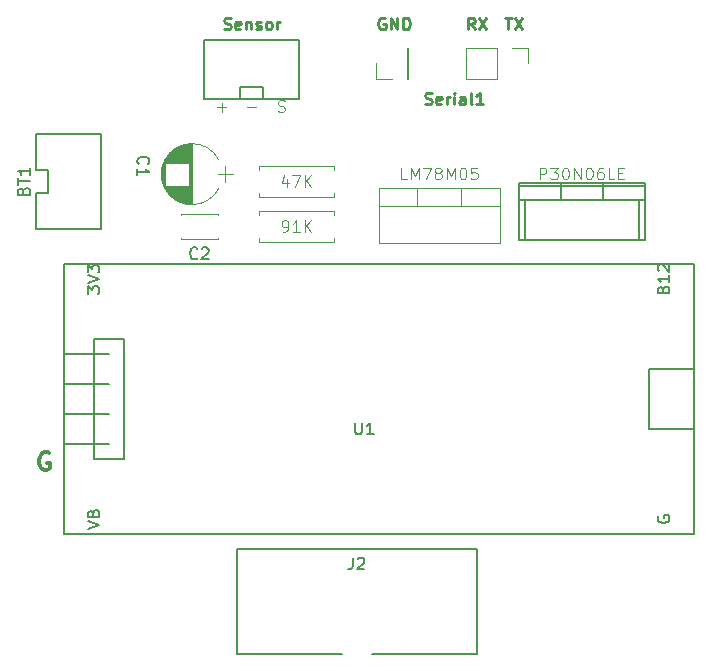
<source format=gbr>
G04 #@! TF.GenerationSoftware,KiCad,Pcbnew,(5.0.1-3-g963ef8bb5)*
G04 #@! TF.CreationDate,2019-04-02T14:03:18+07:00*
G04 #@! TF.ProjectId,STMaytal32v04,53544D617974616C33327630342E6B69,rev?*
G04 #@! TF.SameCoordinates,Original*
G04 #@! TF.FileFunction,Legend,Top*
G04 #@! TF.FilePolarity,Positive*
%FSLAX46Y46*%
G04 Gerber Fmt 4.6, Leading zero omitted, Abs format (unit mm)*
G04 Created by KiCad (PCBNEW (5.0.1-3-g963ef8bb5)) date Tuesday, April 02, 2019 at 02:03:18 PM*
%MOMM*%
%LPD*%
G01*
G04 APERTURE LIST*
%ADD10C,0.300000*%
%ADD11C,0.100000*%
%ADD12C,0.250000*%
%ADD13C,0.150000*%
%ADD14C,0.120000*%
G04 APERTURE END LIST*
D10*
X177176857Y-112534000D02*
X177034000Y-112462571D01*
X176819714Y-112462571D01*
X176605428Y-112534000D01*
X176462571Y-112676857D01*
X176391142Y-112819714D01*
X176319714Y-113105428D01*
X176319714Y-113319714D01*
X176391142Y-113605428D01*
X176462571Y-113748285D01*
X176605428Y-113891142D01*
X176819714Y-113962571D01*
X176962571Y-113962571D01*
X177176857Y-113891142D01*
X177248285Y-113819714D01*
X177248285Y-113319714D01*
X176962571Y-113319714D01*
D11*
X218702380Y-89352380D02*
X218702380Y-88352380D01*
X219083333Y-88352380D01*
X219178571Y-88400000D01*
X219226190Y-88447619D01*
X219273809Y-88542857D01*
X219273809Y-88685714D01*
X219226190Y-88780952D01*
X219178571Y-88828571D01*
X219083333Y-88876190D01*
X218702380Y-88876190D01*
X219607142Y-88352380D02*
X220226190Y-88352380D01*
X219892857Y-88733333D01*
X220035714Y-88733333D01*
X220130952Y-88780952D01*
X220178571Y-88828571D01*
X220226190Y-88923809D01*
X220226190Y-89161904D01*
X220178571Y-89257142D01*
X220130952Y-89304761D01*
X220035714Y-89352380D01*
X219750000Y-89352380D01*
X219654761Y-89304761D01*
X219607142Y-89257142D01*
X220845238Y-88352380D02*
X220940476Y-88352380D01*
X221035714Y-88400000D01*
X221083333Y-88447619D01*
X221130952Y-88542857D01*
X221178571Y-88733333D01*
X221178571Y-88971428D01*
X221130952Y-89161904D01*
X221083333Y-89257142D01*
X221035714Y-89304761D01*
X220940476Y-89352380D01*
X220845238Y-89352380D01*
X220750000Y-89304761D01*
X220702380Y-89257142D01*
X220654761Y-89161904D01*
X220607142Y-88971428D01*
X220607142Y-88733333D01*
X220654761Y-88542857D01*
X220702380Y-88447619D01*
X220750000Y-88400000D01*
X220845238Y-88352380D01*
X221607142Y-89352380D02*
X221607142Y-88352380D01*
X222178571Y-89352380D01*
X222178571Y-88352380D01*
X222845238Y-88352380D02*
X222940476Y-88352380D01*
X223035714Y-88400000D01*
X223083333Y-88447619D01*
X223130952Y-88542857D01*
X223178571Y-88733333D01*
X223178571Y-88971428D01*
X223130952Y-89161904D01*
X223083333Y-89257142D01*
X223035714Y-89304761D01*
X222940476Y-89352380D01*
X222845238Y-89352380D01*
X222750000Y-89304761D01*
X222702380Y-89257142D01*
X222654761Y-89161904D01*
X222607142Y-88971428D01*
X222607142Y-88733333D01*
X222654761Y-88542857D01*
X222702380Y-88447619D01*
X222750000Y-88400000D01*
X222845238Y-88352380D01*
X224035714Y-88352380D02*
X223845238Y-88352380D01*
X223750000Y-88400000D01*
X223702380Y-88447619D01*
X223607142Y-88590476D01*
X223559523Y-88780952D01*
X223559523Y-89161904D01*
X223607142Y-89257142D01*
X223654761Y-89304761D01*
X223750000Y-89352380D01*
X223940476Y-89352380D01*
X224035714Y-89304761D01*
X224083333Y-89257142D01*
X224130952Y-89161904D01*
X224130952Y-88923809D01*
X224083333Y-88828571D01*
X224035714Y-88780952D01*
X223940476Y-88733333D01*
X223750000Y-88733333D01*
X223654761Y-88780952D01*
X223607142Y-88828571D01*
X223559523Y-88923809D01*
X225035714Y-89352380D02*
X224559523Y-89352380D01*
X224559523Y-88352380D01*
X225369047Y-88828571D02*
X225702380Y-88828571D01*
X225845238Y-89352380D02*
X225369047Y-89352380D01*
X225369047Y-88352380D01*
X225845238Y-88352380D01*
X207446904Y-89352380D02*
X206970714Y-89352380D01*
X206970714Y-88352380D01*
X207780238Y-89352380D02*
X207780238Y-88352380D01*
X208113571Y-89066666D01*
X208446904Y-88352380D01*
X208446904Y-89352380D01*
X208827857Y-88352380D02*
X209494523Y-88352380D01*
X209065952Y-89352380D01*
X210018333Y-88780952D02*
X209923095Y-88733333D01*
X209875476Y-88685714D01*
X209827857Y-88590476D01*
X209827857Y-88542857D01*
X209875476Y-88447619D01*
X209923095Y-88400000D01*
X210018333Y-88352380D01*
X210208809Y-88352380D01*
X210304047Y-88400000D01*
X210351666Y-88447619D01*
X210399285Y-88542857D01*
X210399285Y-88590476D01*
X210351666Y-88685714D01*
X210304047Y-88733333D01*
X210208809Y-88780952D01*
X210018333Y-88780952D01*
X209923095Y-88828571D01*
X209875476Y-88876190D01*
X209827857Y-88971428D01*
X209827857Y-89161904D01*
X209875476Y-89257142D01*
X209923095Y-89304761D01*
X210018333Y-89352380D01*
X210208809Y-89352380D01*
X210304047Y-89304761D01*
X210351666Y-89257142D01*
X210399285Y-89161904D01*
X210399285Y-88971428D01*
X210351666Y-88876190D01*
X210304047Y-88828571D01*
X210208809Y-88780952D01*
X210827857Y-89352380D02*
X210827857Y-88352380D01*
X211161190Y-89066666D01*
X211494523Y-88352380D01*
X211494523Y-89352380D01*
X212161190Y-88352380D02*
X212256428Y-88352380D01*
X212351666Y-88400000D01*
X212399285Y-88447619D01*
X212446904Y-88542857D01*
X212494523Y-88733333D01*
X212494523Y-88971428D01*
X212446904Y-89161904D01*
X212399285Y-89257142D01*
X212351666Y-89304761D01*
X212256428Y-89352380D01*
X212161190Y-89352380D01*
X212065952Y-89304761D01*
X212018333Y-89257142D01*
X211970714Y-89161904D01*
X211923095Y-88971428D01*
X211923095Y-88733333D01*
X211970714Y-88542857D01*
X212018333Y-88447619D01*
X212065952Y-88400000D01*
X212161190Y-88352380D01*
X213399285Y-88352380D02*
X212923095Y-88352380D01*
X212875476Y-88828571D01*
X212923095Y-88780952D01*
X213018333Y-88733333D01*
X213256428Y-88733333D01*
X213351666Y-88780952D01*
X213399285Y-88828571D01*
X213446904Y-88923809D01*
X213446904Y-89161904D01*
X213399285Y-89257142D01*
X213351666Y-89304761D01*
X213256428Y-89352380D01*
X213018333Y-89352380D01*
X212923095Y-89304761D01*
X212875476Y-89257142D01*
X196564285Y-83589761D02*
X196707142Y-83637380D01*
X196945238Y-83637380D01*
X197040476Y-83589761D01*
X197088095Y-83542142D01*
X197135714Y-83446904D01*
X197135714Y-83351666D01*
X197088095Y-83256428D01*
X197040476Y-83208809D01*
X196945238Y-83161190D01*
X196754761Y-83113571D01*
X196659523Y-83065952D01*
X196611904Y-83018333D01*
X196564285Y-82923095D01*
X196564285Y-82827857D01*
X196611904Y-82732619D01*
X196659523Y-82685000D01*
X196754761Y-82637380D01*
X196992857Y-82637380D01*
X197135714Y-82685000D01*
X193929047Y-83256428D02*
X194690952Y-83256428D01*
X191389047Y-83256428D02*
X192150952Y-83256428D01*
X191770000Y-83637380D02*
X191770000Y-82875476D01*
X196953333Y-93797380D02*
X197143809Y-93797380D01*
X197239047Y-93749761D01*
X197286666Y-93702142D01*
X197381904Y-93559285D01*
X197429523Y-93368809D01*
X197429523Y-92987857D01*
X197381904Y-92892619D01*
X197334285Y-92845000D01*
X197239047Y-92797380D01*
X197048571Y-92797380D01*
X196953333Y-92845000D01*
X196905714Y-92892619D01*
X196858095Y-92987857D01*
X196858095Y-93225952D01*
X196905714Y-93321190D01*
X196953333Y-93368809D01*
X197048571Y-93416428D01*
X197239047Y-93416428D01*
X197334285Y-93368809D01*
X197381904Y-93321190D01*
X197429523Y-93225952D01*
X198381904Y-93797380D02*
X197810476Y-93797380D01*
X198096190Y-93797380D02*
X198096190Y-92797380D01*
X198000952Y-92940238D01*
X197905714Y-93035476D01*
X197810476Y-93083095D01*
X198810476Y-93797380D02*
X198810476Y-92797380D01*
X199381904Y-93797380D02*
X198953333Y-93225952D01*
X199381904Y-92797380D02*
X198810476Y-93368809D01*
X197334285Y-89320714D02*
X197334285Y-89987380D01*
X197096190Y-88939761D02*
X196858095Y-89654047D01*
X197477142Y-89654047D01*
X197762857Y-88987380D02*
X198429523Y-88987380D01*
X198000952Y-89987380D01*
X198810476Y-89987380D02*
X198810476Y-88987380D01*
X199381904Y-89987380D02*
X198953333Y-89415952D01*
X199381904Y-88987380D02*
X198810476Y-89558809D01*
D12*
X209002619Y-82954761D02*
X209145476Y-83002380D01*
X209383571Y-83002380D01*
X209478809Y-82954761D01*
X209526428Y-82907142D01*
X209574047Y-82811904D01*
X209574047Y-82716666D01*
X209526428Y-82621428D01*
X209478809Y-82573809D01*
X209383571Y-82526190D01*
X209193095Y-82478571D01*
X209097857Y-82430952D01*
X209050238Y-82383333D01*
X209002619Y-82288095D01*
X209002619Y-82192857D01*
X209050238Y-82097619D01*
X209097857Y-82050000D01*
X209193095Y-82002380D01*
X209431190Y-82002380D01*
X209574047Y-82050000D01*
X210383571Y-82954761D02*
X210288333Y-83002380D01*
X210097857Y-83002380D01*
X210002619Y-82954761D01*
X209955000Y-82859523D01*
X209955000Y-82478571D01*
X210002619Y-82383333D01*
X210097857Y-82335714D01*
X210288333Y-82335714D01*
X210383571Y-82383333D01*
X210431190Y-82478571D01*
X210431190Y-82573809D01*
X209955000Y-82669047D01*
X210859761Y-83002380D02*
X210859761Y-82335714D01*
X210859761Y-82526190D02*
X210907380Y-82430952D01*
X210955000Y-82383333D01*
X211050238Y-82335714D01*
X211145476Y-82335714D01*
X211478809Y-83002380D02*
X211478809Y-82335714D01*
X211478809Y-82002380D02*
X211431190Y-82050000D01*
X211478809Y-82097619D01*
X211526428Y-82050000D01*
X211478809Y-82002380D01*
X211478809Y-82097619D01*
X212383571Y-83002380D02*
X212383571Y-82478571D01*
X212335952Y-82383333D01*
X212240714Y-82335714D01*
X212050238Y-82335714D01*
X211955000Y-82383333D01*
X212383571Y-82954761D02*
X212288333Y-83002380D01*
X212050238Y-83002380D01*
X211955000Y-82954761D01*
X211907380Y-82859523D01*
X211907380Y-82764285D01*
X211955000Y-82669047D01*
X212050238Y-82621428D01*
X212288333Y-82621428D01*
X212383571Y-82573809D01*
X213002619Y-83002380D02*
X212907380Y-82954761D01*
X212859761Y-82859523D01*
X212859761Y-82002380D01*
X213907380Y-83002380D02*
X213335952Y-83002380D01*
X213621666Y-83002380D02*
X213621666Y-82002380D01*
X213526428Y-82145238D01*
X213431190Y-82240476D01*
X213335952Y-82288095D01*
X215773095Y-75652380D02*
X216344523Y-75652380D01*
X216058809Y-76652380D02*
X216058809Y-75652380D01*
X216582619Y-75652380D02*
X217249285Y-76652380D01*
X217249285Y-75652380D02*
X216582619Y-76652380D01*
X213193333Y-76652380D02*
X212860000Y-76176190D01*
X212621904Y-76652380D02*
X212621904Y-75652380D01*
X213002857Y-75652380D01*
X213098095Y-75700000D01*
X213145714Y-75747619D01*
X213193333Y-75842857D01*
X213193333Y-75985714D01*
X213145714Y-76080952D01*
X213098095Y-76128571D01*
X213002857Y-76176190D01*
X212621904Y-76176190D01*
X213526666Y-75652380D02*
X214193333Y-76652380D01*
X214193333Y-75652380D02*
X213526666Y-76652380D01*
X205613095Y-75700000D02*
X205517857Y-75652380D01*
X205375000Y-75652380D01*
X205232142Y-75700000D01*
X205136904Y-75795238D01*
X205089285Y-75890476D01*
X205041666Y-76080952D01*
X205041666Y-76223809D01*
X205089285Y-76414285D01*
X205136904Y-76509523D01*
X205232142Y-76604761D01*
X205375000Y-76652380D01*
X205470238Y-76652380D01*
X205613095Y-76604761D01*
X205660714Y-76557142D01*
X205660714Y-76223809D01*
X205470238Y-76223809D01*
X206089285Y-76652380D02*
X206089285Y-75652380D01*
X206660714Y-76652380D01*
X206660714Y-75652380D01*
X207136904Y-76652380D02*
X207136904Y-75652380D01*
X207375000Y-75652380D01*
X207517857Y-75700000D01*
X207613095Y-75795238D01*
X207660714Y-75890476D01*
X207708333Y-76080952D01*
X207708333Y-76223809D01*
X207660714Y-76414285D01*
X207613095Y-76509523D01*
X207517857Y-76604761D01*
X207375000Y-76652380D01*
X207136904Y-76652380D01*
X191976666Y-76604761D02*
X192119523Y-76652380D01*
X192357619Y-76652380D01*
X192452857Y-76604761D01*
X192500476Y-76557142D01*
X192548095Y-76461904D01*
X192548095Y-76366666D01*
X192500476Y-76271428D01*
X192452857Y-76223809D01*
X192357619Y-76176190D01*
X192167142Y-76128571D01*
X192071904Y-76080952D01*
X192024285Y-76033333D01*
X191976666Y-75938095D01*
X191976666Y-75842857D01*
X192024285Y-75747619D01*
X192071904Y-75700000D01*
X192167142Y-75652380D01*
X192405238Y-75652380D01*
X192548095Y-75700000D01*
X193357619Y-76604761D02*
X193262380Y-76652380D01*
X193071904Y-76652380D01*
X192976666Y-76604761D01*
X192929047Y-76509523D01*
X192929047Y-76128571D01*
X192976666Y-76033333D01*
X193071904Y-75985714D01*
X193262380Y-75985714D01*
X193357619Y-76033333D01*
X193405238Y-76128571D01*
X193405238Y-76223809D01*
X192929047Y-76319047D01*
X193833809Y-75985714D02*
X193833809Y-76652380D01*
X193833809Y-76080952D02*
X193881428Y-76033333D01*
X193976666Y-75985714D01*
X194119523Y-75985714D01*
X194214761Y-76033333D01*
X194262380Y-76128571D01*
X194262380Y-76652380D01*
X194690952Y-76604761D02*
X194786190Y-76652380D01*
X194976666Y-76652380D01*
X195071904Y-76604761D01*
X195119523Y-76509523D01*
X195119523Y-76461904D01*
X195071904Y-76366666D01*
X194976666Y-76319047D01*
X194833809Y-76319047D01*
X194738571Y-76271428D01*
X194690952Y-76176190D01*
X194690952Y-76128571D01*
X194738571Y-76033333D01*
X194833809Y-75985714D01*
X194976666Y-75985714D01*
X195071904Y-76033333D01*
X195690952Y-76652380D02*
X195595714Y-76604761D01*
X195548095Y-76557142D01*
X195500476Y-76461904D01*
X195500476Y-76176190D01*
X195548095Y-76080952D01*
X195595714Y-76033333D01*
X195690952Y-75985714D01*
X195833809Y-75985714D01*
X195929047Y-76033333D01*
X195976666Y-76080952D01*
X196024285Y-76176190D01*
X196024285Y-76461904D01*
X195976666Y-76557142D01*
X195929047Y-76604761D01*
X195833809Y-76652380D01*
X195690952Y-76652380D01*
X196452857Y-76652380D02*
X196452857Y-75985714D01*
X196452857Y-76176190D02*
X196500476Y-76080952D01*
X196548095Y-76033333D01*
X196643333Y-75985714D01*
X196738571Y-75985714D01*
D13*
G04 #@! TO.C,J1*
X193310000Y-82510000D02*
X195310000Y-82510000D01*
X190310000Y-82510000D02*
X190310000Y-77510000D01*
X193310000Y-82510000D02*
X190310000Y-82510000D01*
X193310000Y-81510000D02*
X193310000Y-82510000D01*
X195310000Y-81510000D02*
X193310000Y-81510000D01*
X195310000Y-82510000D02*
X195310000Y-81510000D01*
X198310000Y-82510000D02*
X195310000Y-82510000D01*
X198310000Y-77510000D02*
X198310000Y-82510000D01*
X190310000Y-77510000D02*
X198310000Y-77510000D01*
D14*
G04 #@! TO.C,C1*
X192100000Y-89550000D02*
X192100000Y-88250000D01*
X192700000Y-88900000D02*
X191500000Y-88900000D01*
X186689000Y-89254000D02*
X186689000Y-88546000D01*
X186729000Y-89459000D02*
X186729000Y-88341000D01*
X186769000Y-89607000D02*
X186769000Y-88193000D01*
X186809000Y-89729000D02*
X186809000Y-88071000D01*
X186849000Y-89834000D02*
X186849000Y-87966000D01*
X186889000Y-89928000D02*
X186889000Y-87872000D01*
X186929000Y-90012000D02*
X186929000Y-87788000D01*
X186969000Y-90089000D02*
X186969000Y-87711000D01*
X187009000Y-90161000D02*
X187009000Y-87639000D01*
X187049000Y-87920000D02*
X187049000Y-87573000D01*
X187049000Y-90227000D02*
X187049000Y-89880000D01*
X187089000Y-87920000D02*
X187089000Y-87510000D01*
X187089000Y-90290000D02*
X187089000Y-89880000D01*
X187129000Y-87920000D02*
X187129000Y-87452000D01*
X187129000Y-90348000D02*
X187129000Y-89880000D01*
X187169000Y-87920000D02*
X187169000Y-87396000D01*
X187169000Y-90404000D02*
X187169000Y-89880000D01*
X187209000Y-87920000D02*
X187209000Y-87344000D01*
X187209000Y-90456000D02*
X187209000Y-89880000D01*
X187249000Y-87920000D02*
X187249000Y-87294000D01*
X187249000Y-90506000D02*
X187249000Y-89880000D01*
X187289000Y-87920000D02*
X187289000Y-87246000D01*
X187289000Y-90554000D02*
X187289000Y-89880000D01*
X187329000Y-87920000D02*
X187329000Y-87201000D01*
X187329000Y-90599000D02*
X187329000Y-89880000D01*
X187369000Y-87920000D02*
X187369000Y-87158000D01*
X187369000Y-90642000D02*
X187369000Y-89880000D01*
X187409000Y-87920000D02*
X187409000Y-87117000D01*
X187409000Y-90683000D02*
X187409000Y-89880000D01*
X187449000Y-87920000D02*
X187449000Y-87077000D01*
X187449000Y-90723000D02*
X187449000Y-89880000D01*
X187489000Y-87920000D02*
X187489000Y-87039000D01*
X187489000Y-90761000D02*
X187489000Y-89880000D01*
X187529000Y-87920000D02*
X187529000Y-87003000D01*
X187529000Y-90797000D02*
X187529000Y-89880000D01*
X187569000Y-87920000D02*
X187569000Y-86968000D01*
X187569000Y-90832000D02*
X187569000Y-89880000D01*
X187609000Y-87920000D02*
X187609000Y-86935000D01*
X187609000Y-90865000D02*
X187609000Y-89880000D01*
X187649000Y-87920000D02*
X187649000Y-86903000D01*
X187649000Y-90897000D02*
X187649000Y-89880000D01*
X187689000Y-87920000D02*
X187689000Y-86872000D01*
X187689000Y-90928000D02*
X187689000Y-89880000D01*
X187729000Y-87920000D02*
X187729000Y-86842000D01*
X187729000Y-90958000D02*
X187729000Y-89880000D01*
X187769000Y-87920000D02*
X187769000Y-86814000D01*
X187769000Y-90986000D02*
X187769000Y-89880000D01*
X187809000Y-87920000D02*
X187809000Y-86787000D01*
X187809000Y-91013000D02*
X187809000Y-89880000D01*
X187849000Y-87920000D02*
X187849000Y-86760000D01*
X187849000Y-91040000D02*
X187849000Y-89880000D01*
X187889000Y-87920000D02*
X187889000Y-86735000D01*
X187889000Y-91065000D02*
X187889000Y-89880000D01*
X187929000Y-87920000D02*
X187929000Y-86711000D01*
X187929000Y-91089000D02*
X187929000Y-89880000D01*
X187969000Y-87920000D02*
X187969000Y-86688000D01*
X187969000Y-91112000D02*
X187969000Y-89880000D01*
X188009000Y-87920000D02*
X188009000Y-86666000D01*
X188009000Y-91134000D02*
X188009000Y-89880000D01*
X188049000Y-87920000D02*
X188049000Y-86644000D01*
X188049000Y-91156000D02*
X188049000Y-89880000D01*
X188089000Y-87920000D02*
X188089000Y-86624000D01*
X188089000Y-91176000D02*
X188089000Y-89880000D01*
X188129000Y-87920000D02*
X188129000Y-86604000D01*
X188129000Y-91196000D02*
X188129000Y-89880000D01*
X188169000Y-87920000D02*
X188169000Y-86585000D01*
X188169000Y-91215000D02*
X188169000Y-89880000D01*
X188209000Y-87920000D02*
X188209000Y-86567000D01*
X188209000Y-91233000D02*
X188209000Y-89880000D01*
X188249000Y-87920000D02*
X188249000Y-86550000D01*
X188249000Y-91250000D02*
X188249000Y-89880000D01*
X188289000Y-87920000D02*
X188289000Y-86534000D01*
X188289000Y-91266000D02*
X188289000Y-89880000D01*
X188329000Y-87920000D02*
X188329000Y-86518000D01*
X188329000Y-91282000D02*
X188329000Y-89880000D01*
X188369000Y-87920000D02*
X188369000Y-86504000D01*
X188369000Y-91296000D02*
X188369000Y-89880000D01*
X188409000Y-87920000D02*
X188409000Y-86490000D01*
X188409000Y-91310000D02*
X188409000Y-89880000D01*
X188449000Y-87920000D02*
X188449000Y-86476000D01*
X188449000Y-91324000D02*
X188449000Y-89880000D01*
X188489000Y-87920000D02*
X188489000Y-86464000D01*
X188489000Y-91336000D02*
X188489000Y-89880000D01*
X188529000Y-87920000D02*
X188529000Y-86452000D01*
X188529000Y-91348000D02*
X188529000Y-89880000D01*
X188570000Y-87920000D02*
X188570000Y-86440000D01*
X188570000Y-91360000D02*
X188570000Y-89880000D01*
X188610000Y-87920000D02*
X188610000Y-86430000D01*
X188610000Y-91370000D02*
X188610000Y-89880000D01*
X188650000Y-87920000D02*
X188650000Y-86420000D01*
X188650000Y-91380000D02*
X188650000Y-89880000D01*
X188690000Y-87920000D02*
X188690000Y-86411000D01*
X188690000Y-91389000D02*
X188690000Y-89880000D01*
X188730000Y-87920000D02*
X188730000Y-86402000D01*
X188730000Y-91398000D02*
X188730000Y-89880000D01*
X188770000Y-87920000D02*
X188770000Y-86394000D01*
X188770000Y-91406000D02*
X188770000Y-89880000D01*
X188810000Y-87920000D02*
X188810000Y-86387000D01*
X188810000Y-91413000D02*
X188810000Y-89880000D01*
X188850000Y-87920000D02*
X188850000Y-86381000D01*
X188850000Y-91419000D02*
X188850000Y-89880000D01*
X188890000Y-87920000D02*
X188890000Y-86375000D01*
X188890000Y-91425000D02*
X188890000Y-89880000D01*
X188930000Y-87920000D02*
X188930000Y-86369000D01*
X188930000Y-91431000D02*
X188930000Y-89880000D01*
X188970000Y-87920000D02*
X188970000Y-86365000D01*
X188970000Y-91435000D02*
X188970000Y-89880000D01*
X189010000Y-91439000D02*
X189010000Y-86361000D01*
X189050000Y-91443000D02*
X189050000Y-86357000D01*
X189090000Y-91446000D02*
X189090000Y-86354000D01*
X189130000Y-91448000D02*
X189130000Y-86352000D01*
X189170000Y-91449000D02*
X189170000Y-86351000D01*
X189210000Y-91450000D02*
X189210000Y-86350000D01*
X189250000Y-91450000D02*
X189250000Y-86350000D01*
X186944278Y-87720277D02*
G75*
G03X186944420Y-90080000I2305722J-1179723D01*
G01*
X186944278Y-87720277D02*
G75*
G02X191555580Y-87720000I2305722J-1179723D01*
G01*
X186944278Y-90079723D02*
G75*
G03X191555580Y-90080000I2305722J1179723D01*
G01*
G04 #@! TO.C,R2*
X201330000Y-94655000D02*
X201330000Y-94325000D01*
X194910000Y-94655000D02*
X201330000Y-94655000D01*
X194910000Y-94325000D02*
X194910000Y-94655000D01*
X201330000Y-92035000D02*
X201330000Y-92365000D01*
X194910000Y-92035000D02*
X201330000Y-92035000D01*
X194910000Y-92365000D02*
X194910000Y-92035000D01*
D13*
G04 #@! TO.C,Q1*
X227584000Y-89662000D02*
X216916000Y-89662000D01*
X227584000Y-89662000D02*
X227584000Y-94488000D01*
X216916000Y-89662000D02*
X216916000Y-94488000D01*
X227584000Y-94488000D02*
X216916000Y-94488000D01*
X216916000Y-91059000D02*
X227584000Y-91059000D01*
X220472000Y-90932000D02*
X220472000Y-89662000D01*
X224028000Y-90932000D02*
X224028000Y-89662000D01*
X227584000Y-89916000D02*
X216916000Y-89916000D01*
X217424000Y-91059000D02*
X217424000Y-94488000D01*
X227076000Y-91059000D02*
X227076000Y-94488000D01*
D14*
G04 #@! TO.C,R1*
X201330000Y-90515000D02*
X201330000Y-90845000D01*
X201330000Y-90845000D02*
X194910000Y-90845000D01*
X194910000Y-90845000D02*
X194910000Y-90515000D01*
X201330000Y-88555000D02*
X201330000Y-88225000D01*
X201330000Y-88225000D02*
X194910000Y-88225000D01*
X194910000Y-88225000D02*
X194910000Y-88555000D01*
G04 #@! TO.C,U2*
X212036000Y-90090000D02*
X212036000Y-91600000D01*
X208335000Y-90090000D02*
X208335000Y-91600000D01*
X205065000Y-91600000D02*
X215305000Y-91600000D01*
X215305000Y-90090000D02*
X215305000Y-94731000D01*
X205065000Y-90090000D02*
X205065000Y-94731000D01*
X205065000Y-94731000D02*
X215305000Y-94731000D01*
X205065000Y-90090000D02*
X215305000Y-90090000D01*
G04 #@! TO.C,C2*
X188325000Y-92349000D02*
X188325000Y-92285000D01*
X188325000Y-94405000D02*
X188325000Y-94341000D01*
X191445000Y-92349000D02*
X191445000Y-92285000D01*
X191445000Y-94405000D02*
X191445000Y-94341000D01*
X191445000Y-92285000D02*
X188325000Y-92285000D01*
X191445000Y-94405000D02*
X188325000Y-94405000D01*
G04 #@! TO.C,J3*
X207527903Y-80859485D02*
X207527903Y-78199485D01*
X207467903Y-80859485D02*
X207527903Y-80859485D01*
X207467903Y-78199485D02*
X207527903Y-78199485D01*
X207467903Y-80859485D02*
X207467903Y-78199485D01*
X206197903Y-80859485D02*
X204867903Y-80859485D01*
X204867903Y-80859485D02*
X204867903Y-79529485D01*
G04 #@! TO.C,J4*
X212487903Y-78199485D02*
X212487903Y-80859485D01*
X215087903Y-78199485D02*
X212487903Y-78199485D01*
X215087903Y-80859485D02*
X212487903Y-80859485D01*
X215087903Y-78199485D02*
X215087903Y-80859485D01*
X216357903Y-78199485D02*
X217687903Y-78199485D01*
X217687903Y-78199485D02*
X217687903Y-79529485D01*
D13*
G04 #@! TO.C,J2*
X213360000Y-129540000D02*
X213360000Y-120650000D01*
X213360000Y-120650000D02*
X193040000Y-120650000D01*
X193040000Y-120650000D02*
X193040000Y-129540000D01*
X204470000Y-129540000D02*
X213360000Y-129540000D01*
X201930000Y-129540000D02*
X193040000Y-129540000D01*
G04 #@! TO.C,U1*
X231775000Y-96520000D02*
X231775000Y-119380000D01*
X178435000Y-96520000D02*
X178435000Y-119380000D01*
X178435000Y-119380000D02*
X231775000Y-119380000D01*
X231775000Y-96520000D02*
X178435000Y-96520000D01*
X231775000Y-105410000D02*
X227965000Y-105410000D01*
X227965000Y-105410000D02*
X227965000Y-110490000D01*
X227965000Y-110490000D02*
X231775000Y-110490000D01*
X182245000Y-106680000D02*
X178435000Y-106680000D01*
X182245000Y-109220000D02*
X178435000Y-109220000D01*
X182245000Y-104140000D02*
X178435000Y-104140000D01*
X182245000Y-111760000D02*
X178435000Y-111760000D01*
X183515000Y-102870000D02*
X183515000Y-113030000D01*
X183515000Y-113030000D02*
X180975000Y-113030000D01*
X180975000Y-113030000D02*
X180975000Y-102870000D01*
X180975000Y-102870000D02*
X183515000Y-102870000D01*
G04 #@! TO.C,BT1*
X181570000Y-89535000D02*
X181570000Y-93535000D01*
X181570000Y-93535000D02*
X176070000Y-93535000D01*
X176070000Y-93535000D02*
X176070000Y-90535000D01*
X176070000Y-90535000D02*
X177070000Y-90535000D01*
X177070000Y-90535000D02*
X177070000Y-88535000D01*
X177070000Y-88535000D02*
X176070000Y-88535000D01*
X176070000Y-88535000D02*
X176070000Y-85535000D01*
X176070000Y-85535000D02*
X181570000Y-85535000D01*
X181570000Y-85535000D02*
X181570000Y-89535000D01*
G04 #@! TO.C,C1*
X184739087Y-88045501D02*
X184691468Y-87997882D01*
X184643849Y-87855025D01*
X184643849Y-87759787D01*
X184691468Y-87616929D01*
X184786706Y-87521691D01*
X184881944Y-87474072D01*
X185072420Y-87426453D01*
X185215277Y-87426453D01*
X185405753Y-87474072D01*
X185500991Y-87521691D01*
X185596230Y-87616929D01*
X185643849Y-87759787D01*
X185643849Y-87855025D01*
X185596230Y-87997882D01*
X185548610Y-88045501D01*
X184643849Y-88997882D02*
X184643849Y-88426453D01*
X184643849Y-88712168D02*
X185643849Y-88712168D01*
X185500991Y-88616929D01*
X185405753Y-88521691D01*
X185358134Y-88426453D01*
G04 #@! TO.C,C2*
X189718333Y-96012142D02*
X189670714Y-96059761D01*
X189527857Y-96107380D01*
X189432619Y-96107380D01*
X189289761Y-96059761D01*
X189194523Y-95964523D01*
X189146904Y-95869285D01*
X189099285Y-95678809D01*
X189099285Y-95535952D01*
X189146904Y-95345476D01*
X189194523Y-95250238D01*
X189289761Y-95155000D01*
X189432619Y-95107380D01*
X189527857Y-95107380D01*
X189670714Y-95155000D01*
X189718333Y-95202619D01*
X190099285Y-95202619D02*
X190146904Y-95155000D01*
X190242142Y-95107380D01*
X190480238Y-95107380D01*
X190575476Y-95155000D01*
X190623095Y-95202619D01*
X190670714Y-95297857D01*
X190670714Y-95393095D01*
X190623095Y-95535952D01*
X190051666Y-96107380D01*
X190670714Y-96107380D01*
G04 #@! TO.C,J2*
X202866666Y-121372380D02*
X202866666Y-122086666D01*
X202819047Y-122229523D01*
X202723809Y-122324761D01*
X202580952Y-122372380D01*
X202485714Y-122372380D01*
X203295238Y-121467619D02*
X203342857Y-121420000D01*
X203438095Y-121372380D01*
X203676190Y-121372380D01*
X203771428Y-121420000D01*
X203819047Y-121467619D01*
X203866666Y-121562857D01*
X203866666Y-121658095D01*
X203819047Y-121800952D01*
X203247619Y-122372380D01*
X203866666Y-122372380D01*
G04 #@! TO.C,U1*
X203073095Y-109942380D02*
X203073095Y-110751904D01*
X203120714Y-110847142D01*
X203168333Y-110894761D01*
X203263571Y-110942380D01*
X203454047Y-110942380D01*
X203549285Y-110894761D01*
X203596904Y-110847142D01*
X203644523Y-110751904D01*
X203644523Y-109942380D01*
X204644523Y-110942380D02*
X204073095Y-110942380D01*
X204358809Y-110942380D02*
X204358809Y-109942380D01*
X204263571Y-110085238D01*
X204168333Y-110180476D01*
X204073095Y-110228095D01*
X228735000Y-117848095D02*
X228687380Y-117943333D01*
X228687380Y-118086190D01*
X228735000Y-118229047D01*
X228830238Y-118324285D01*
X228925476Y-118371904D01*
X229115952Y-118419523D01*
X229258809Y-118419523D01*
X229449285Y-118371904D01*
X229544523Y-118324285D01*
X229639761Y-118229047D01*
X229687380Y-118086190D01*
X229687380Y-117990952D01*
X229639761Y-117848095D01*
X229592142Y-117800476D01*
X229258809Y-117800476D01*
X229258809Y-117990952D01*
X229163571Y-98670952D02*
X229211190Y-98528095D01*
X229258809Y-98480476D01*
X229354047Y-98432857D01*
X229496904Y-98432857D01*
X229592142Y-98480476D01*
X229639761Y-98528095D01*
X229687380Y-98623333D01*
X229687380Y-99004285D01*
X228687380Y-99004285D01*
X228687380Y-98670952D01*
X228735000Y-98575714D01*
X228782619Y-98528095D01*
X228877857Y-98480476D01*
X228973095Y-98480476D01*
X229068333Y-98528095D01*
X229115952Y-98575714D01*
X229163571Y-98670952D01*
X229163571Y-99004285D01*
X229687380Y-97480476D02*
X229687380Y-98051904D01*
X229687380Y-97766190D02*
X228687380Y-97766190D01*
X228830238Y-97861428D01*
X228925476Y-97956666D01*
X228973095Y-98051904D01*
X228782619Y-97099523D02*
X228735000Y-97051904D01*
X228687380Y-96956666D01*
X228687380Y-96718571D01*
X228735000Y-96623333D01*
X228782619Y-96575714D01*
X228877857Y-96528095D01*
X228973095Y-96528095D01*
X229115952Y-96575714D01*
X229687380Y-97147142D01*
X229687380Y-96528095D01*
X180427380Y-118943333D02*
X181427380Y-118610000D01*
X180427380Y-118276666D01*
X180903571Y-117610000D02*
X180951190Y-117467142D01*
X180998809Y-117419523D01*
X181094047Y-117371904D01*
X181236904Y-117371904D01*
X181332142Y-117419523D01*
X181379761Y-117467142D01*
X181427380Y-117562380D01*
X181427380Y-117943333D01*
X180427380Y-117943333D01*
X180427380Y-117610000D01*
X180475000Y-117514761D01*
X180522619Y-117467142D01*
X180617857Y-117419523D01*
X180713095Y-117419523D01*
X180808333Y-117467142D01*
X180855952Y-117514761D01*
X180903571Y-117610000D01*
X180903571Y-117943333D01*
X180427380Y-99028095D02*
X180427380Y-98409047D01*
X180808333Y-98742380D01*
X180808333Y-98599523D01*
X180855952Y-98504285D01*
X180903571Y-98456666D01*
X180998809Y-98409047D01*
X181236904Y-98409047D01*
X181332142Y-98456666D01*
X181379761Y-98504285D01*
X181427380Y-98599523D01*
X181427380Y-98885238D01*
X181379761Y-98980476D01*
X181332142Y-99028095D01*
X180427380Y-98123333D02*
X181427380Y-97790000D01*
X180427380Y-97456666D01*
X180427380Y-97218571D02*
X180427380Y-96599523D01*
X180808333Y-96932857D01*
X180808333Y-96790000D01*
X180855952Y-96694761D01*
X180903571Y-96647142D01*
X180998809Y-96599523D01*
X181236904Y-96599523D01*
X181332142Y-96647142D01*
X181379761Y-96694761D01*
X181427380Y-96790000D01*
X181427380Y-97075714D01*
X181379761Y-97170952D01*
X181332142Y-97218571D01*
G04 #@! TO.C,BT1*
X174998571Y-90320714D02*
X175046190Y-90177857D01*
X175093809Y-90130238D01*
X175189047Y-90082619D01*
X175331904Y-90082619D01*
X175427142Y-90130238D01*
X175474761Y-90177857D01*
X175522380Y-90273095D01*
X175522380Y-90654047D01*
X174522380Y-90654047D01*
X174522380Y-90320714D01*
X174570000Y-90225476D01*
X174617619Y-90177857D01*
X174712857Y-90130238D01*
X174808095Y-90130238D01*
X174903333Y-90177857D01*
X174950952Y-90225476D01*
X174998571Y-90320714D01*
X174998571Y-90654047D01*
X174522380Y-89796904D02*
X174522380Y-89225476D01*
X175522380Y-89511190D02*
X174522380Y-89511190D01*
X175522380Y-88368333D02*
X175522380Y-88939761D01*
X175522380Y-88654047D02*
X174522380Y-88654047D01*
X174665238Y-88749285D01*
X174760476Y-88844523D01*
X174808095Y-88939761D01*
G04 #@! TD*
M02*

</source>
